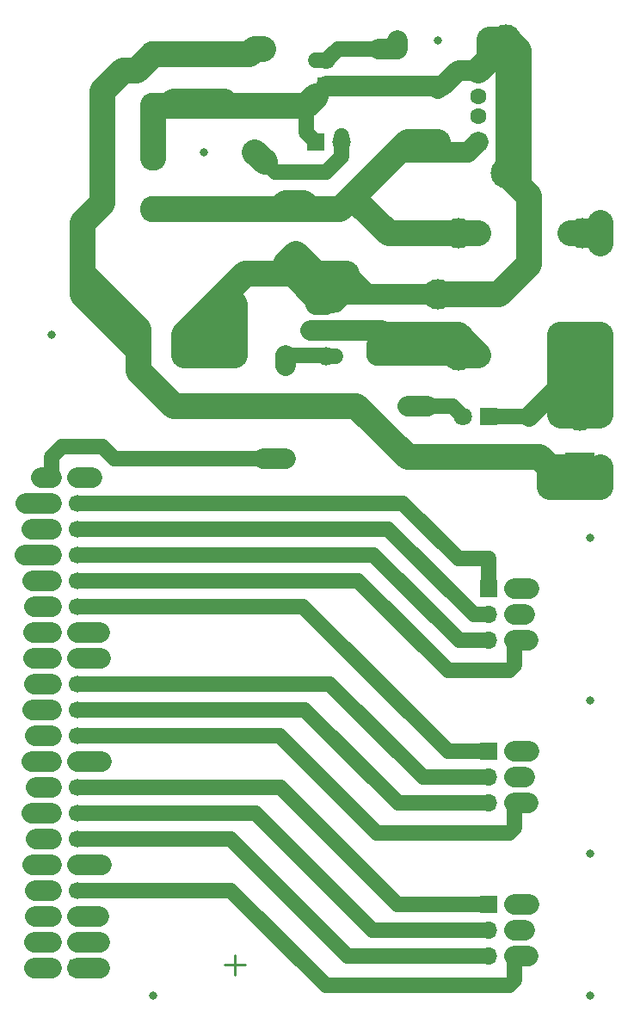
<source format=gbr>
%TF.GenerationSoftware,KiCad,Pcbnew,5.1.8*%
%TF.CreationDate,2021-03-03T19:24:37+01:00*%
%TF.ProjectId,splitter,73706c69-7474-4657-922e-6b696361645f,rev?*%
%TF.SameCoordinates,Original*%
%TF.FileFunction,Copper,L2,Bot*%
%TF.FilePolarity,Positive*%
%FSLAX46Y46*%
G04 Gerber Fmt 4.6, Leading zero omitted, Abs format (unit mm)*
G04 Created by KiCad (PCBNEW 5.1.8) date 2021-03-03 19:24:37*
%MOMM*%
%LPD*%
G01*
G04 APERTURE LIST*
%TA.AperFunction,ComponentPad*%
%ADD10C,2.000000*%
%TD*%
%TA.AperFunction,ComponentPad*%
%ADD11R,2.000000X2.000000*%
%TD*%
%TA.AperFunction,ComponentPad*%
%ADD12C,1.600000*%
%TD*%
%TA.AperFunction,ComponentPad*%
%ADD13C,1.700000*%
%TD*%
%TA.AperFunction,ComponentPad*%
%ADD14C,3.000000*%
%TD*%
%TA.AperFunction,ComponentPad*%
%ADD15R,1.800000X1.800000*%
%TD*%
%TA.AperFunction,ComponentPad*%
%ADD16C,1.800000*%
%TD*%
%TA.AperFunction,ComponentPad*%
%ADD17O,1.800000X1.800000*%
%TD*%
%TA.AperFunction,ComponentPad*%
%ADD18R,1.700000X1.700000*%
%TD*%
%TA.AperFunction,ComponentPad*%
%ADD19O,1.700000X1.700000*%
%TD*%
%TA.AperFunction,ComponentPad*%
%ADD20C,2.600000*%
%TD*%
%TA.AperFunction,ComponentPad*%
%ADD21R,3.000000X3.000000*%
%TD*%
%TA.AperFunction,ComponentPad*%
%ADD22R,1.600000X1.600000*%
%TD*%
%TA.AperFunction,ComponentPad*%
%ADD23O,1.600000X1.600000*%
%TD*%
%TA.AperFunction,ComponentPad*%
%ADD24R,2.400000X2.400000*%
%TD*%
%TA.AperFunction,ComponentPad*%
%ADD25C,2.400000*%
%TD*%
%TA.AperFunction,ViaPad*%
%ADD26C,0.800000*%
%TD*%
%TA.AperFunction,Conductor*%
%ADD27C,0.250000*%
%TD*%
%TA.AperFunction,Conductor*%
%ADD28C,1.500000*%
%TD*%
%TA.AperFunction,Conductor*%
%ADD29C,2.000000*%
%TD*%
%TA.AperFunction,Conductor*%
%ADD30C,2.500000*%
%TD*%
G04 APERTURE END LIST*
D10*
%TO.P,C3,2*%
%TO.N,Earth*%
X146000000Y-62000000D03*
D11*
%TO.P,C3,1*%
%TO.N,/5V+*%
X146000000Y-57000000D03*
%TD*%
D12*
%TO.P,C2,2*%
%TO.N,/12V+*%
X137000000Y-42000000D03*
%TO.P,C2,1*%
%TO.N,Earth*%
X137000000Y-47000000D03*
%TD*%
%TO.P,C0,2*%
%TO.N,Earth*%
X160000000Y-46000000D03*
%TO.P,C0,1*%
%TO.N,/5V+*%
X160000000Y-51000000D03*
%TD*%
D13*
%TO.P,J0,40*%
%TO.N,/SIREN_gpio:21*%
X122000000Y-84000000D03*
%TO.P,J0,38*%
%TO.N,Net-(J0-Pad38)*%
X122000000Y-86540000D03*
%TO.P,J0,36*%
%TO.N,Net-(J0-Pad36)*%
X122000000Y-89080000D03*
%TO.P,J0,34*%
%TO.N,Net-(J0-Pad34)*%
X122000000Y-91620000D03*
%TO.P,J0,32*%
%TO.N,Net-(J0-Pad32)*%
X122000000Y-94160000D03*
%TO.P,J0,30*%
%TO.N,Net-(J0-Pad30)*%
X122000000Y-96700000D03*
%TO.P,J0,28*%
%TO.N,Net-(J0-Pad28)*%
X122000000Y-99240000D03*
%TO.P,J0,26*%
%TO.N,Net-(J0-Pad26)*%
X122000000Y-101780000D03*
%TO.P,J0,24*%
%TO.N,Net-(J0-Pad24)*%
X122000000Y-104320000D03*
%TO.P,J0,22*%
%TO.N,Net-(J0-Pad22)*%
X122000000Y-106860000D03*
%TO.P,J0,20*%
%TO.N,Net-(J0-Pad20)*%
X122000000Y-109400000D03*
%TO.P,J0,18*%
%TO.N,Net-(J0-Pad18)*%
X122000000Y-111940000D03*
%TO.P,J0,16*%
%TO.N,Net-(J0-Pad16)*%
X122000000Y-114480000D03*
%TO.P,J0,14*%
%TO.N,Net-(J0-Pad14)*%
X122000000Y-117020000D03*
%TO.P,J0,12*%
%TO.N,Net-(J0-Pad12)*%
X122000000Y-119560000D03*
%TO.P,J0,10*%
%TO.N,Net-(J0-Pad10)*%
X122000000Y-122100000D03*
%TO.P,J0,8*%
%TO.N,Net-(J0-Pad8)*%
X122000000Y-124640000D03*
%TO.P,J0,6*%
%TO.N,Net-(J0-Pad6)*%
X122000000Y-127180000D03*
%TO.P,J0,4*%
%TO.N,Net-(J0-Pad4)*%
X122000000Y-129720000D03*
%TO.P,J0,2*%
%TO.N,Net-(J0-Pad2)*%
X122000000Y-132260000D03*
%TO.P,J0,39*%
%TO.N,Net-(J0-Pad39)*%
X124540000Y-84000000D03*
%TO.P,J0,37*%
%TO.N,/seg:3_bit:d_gpio:26*%
X124540000Y-86540000D03*
%TO.P,J0,35*%
%TO.N,/seg:3_bit:c_gpio:19*%
X124540000Y-89080000D03*
%TO.P,J0,33*%
%TO.N,/seg:3_bit:b_gpio:13*%
X124540000Y-91620000D03*
%TO.P,J0,31*%
%TO.N,/seg:3_bit:a_gpio:06*%
X124540000Y-94160000D03*
%TO.P,J0,29*%
%TO.N,/seg:2_bit:d_gpio:05*%
X124540000Y-96700000D03*
%TO.P,J0,27*%
%TO.N,Net-(J0-Pad27)*%
X124540000Y-99240000D03*
%TO.P,J0,25*%
%TO.N,Net-(J0-Pad25)*%
X124540000Y-101780000D03*
%TO.P,J0,23*%
%TO.N,/seg:2_bit:c_gpio:11*%
X124540000Y-104320000D03*
%TO.P,J0,21*%
%TO.N,/seg:2_bit:b_gpio:09*%
X124540000Y-106860000D03*
%TO.P,J0,19*%
%TO.N,/seg:2_bit:a_gpio:10*%
X124540000Y-109400000D03*
%TO.P,J0,17*%
%TO.N,Net-(J0-Pad17)*%
X124540000Y-111940000D03*
%TO.P,J0,15*%
%TO.N,/seg:1_bit:d_gpio:22*%
X124540000Y-114480000D03*
%TO.P,J0,13*%
%TO.N,/seg:1_bit:c_gpio:27*%
X124540000Y-117020000D03*
%TO.P,J0,11*%
%TO.N,/seg:1_bit:b_gpio:17*%
X124540000Y-119560000D03*
%TO.P,J0,9*%
%TO.N,Net-(J0-Pad9)*%
X124540000Y-122100000D03*
%TO.P,J0,7*%
%TO.N,/seg:1_bit:a_gpio:04*%
X124540000Y-124640000D03*
%TO.P,J0,5*%
%TO.N,Net-(J0-Pad5)*%
X124540000Y-127180000D03*
%TO.P,J0,3*%
%TO.N,Net-(J0-Pad3)*%
X124540000Y-129720000D03*
%TO.P,J0,1*%
%TO.N,Net-(J0-Pad1)*%
%TA.AperFunction,ComponentPad*%
G36*
G01*
X125390000Y-131660000D02*
X125390000Y-132860000D01*
G75*
G02*
X125140000Y-133110000I-250000J0D01*
G01*
X123940000Y-133110000D01*
G75*
G02*
X123690000Y-132860000I0J250000D01*
G01*
X123690000Y-131660000D01*
G75*
G02*
X123940000Y-131410000I250000J0D01*
G01*
X125140000Y-131410000D01*
G75*
G02*
X125390000Y-131660000I0J-250000D01*
G01*
G37*
%TD.AperFunction*%
%TD*%
D14*
%TO.P,K0,A2*%
%TO.N,Net-(D1-Pad2)*%
X162000000Y-72000000D03*
%TO.P,K0,14*%
%TO.N,Net-(D2-Pad1)*%
X174200000Y-72000000D03*
%TO.P,K0,12*%
%TO.N,Net-(K0-Pad12)*%
X174200000Y-60000000D03*
%TO.P,K0,A1*%
%TO.N,/5V+*%
X162000000Y-60000000D03*
%TO.P,K0,11*%
%TO.N,Earth*%
X160000000Y-66000000D03*
%TD*%
D15*
%TO.P,D0,1*%
%TO.N,Earth*%
X149000000Y-45540000D03*
D16*
%TO.P,D0,2*%
%TO.N,Net-(D0-Pad2)*%
X149000000Y-43000000D03*
%TD*%
D15*
%TO.P,D1,1*%
%TO.N,/5V+*%
X155000000Y-59840000D03*
D17*
%TO.P,D1,2*%
%TO.N,Net-(D1-Pad2)*%
X155000000Y-70000000D03*
%TD*%
D16*
%TO.P,D2,2*%
%TO.N,Net-(D2-Pad2)*%
X162460000Y-78000000D03*
D15*
%TO.P,D2,1*%
%TO.N,Net-(D2-Pad1)*%
X165000000Y-78000000D03*
%TD*%
%TO.P,D3,1*%
%TO.N,Earth*%
X148000000Y-51000000D03*
D16*
%TO.P,D3,2*%
%TO.N,Net-(D3-Pad2)*%
X150540000Y-51000000D03*
%TD*%
D18*
%TO.P,J1,1*%
%TO.N,/seg:1_bit:d_gpio:22*%
X165000000Y-126000000D03*
D19*
%TO.P,J1,2*%
%TO.N,Net-(J1-Pad2)*%
X167540000Y-126000000D03*
%TO.P,J1,3*%
%TO.N,/seg:1_bit:c_gpio:27*%
X165000000Y-128540000D03*
%TO.P,J1,4*%
%TO.N,Net-(J1-Pad4)*%
X167540000Y-128540000D03*
%TO.P,J1,5*%
%TO.N,/seg:1_bit:b_gpio:17*%
X165000000Y-131080000D03*
%TO.P,J1,6*%
%TO.N,/seg:1_bit:a_gpio:04*%
X167540000Y-131080000D03*
%TD*%
%TO.P,J2,6*%
%TO.N,/seg:2_bit:a_gpio:10*%
X167540000Y-116080000D03*
%TO.P,J2,5*%
%TO.N,/seg:2_bit:b_gpio:09*%
X165000000Y-116080000D03*
%TO.P,J2,4*%
%TO.N,Net-(J2-Pad4)*%
X167540000Y-113540000D03*
%TO.P,J2,3*%
%TO.N,/seg:2_bit:c_gpio:11*%
X165000000Y-113540000D03*
%TO.P,J2,2*%
%TO.N,Net-(J2-Pad2)*%
X167540000Y-111000000D03*
D18*
%TO.P,J2,1*%
%TO.N,/seg:2_bit:d_gpio:05*%
X165000000Y-111000000D03*
%TD*%
%TO.P,J3,1*%
%TO.N,/seg:3_bit:d_gpio:26*%
X165000000Y-95000000D03*
D19*
%TO.P,J3,2*%
%TO.N,Net-(J3-Pad2)*%
X167540000Y-95000000D03*
%TO.P,J3,3*%
%TO.N,/seg:3_bit:c_gpio:19*%
X165000000Y-97540000D03*
%TO.P,J3,4*%
%TO.N,Net-(J3-Pad4)*%
X167540000Y-97540000D03*
%TO.P,J3,5*%
%TO.N,/seg:3_bit:b_gpio:13*%
X165000000Y-100080000D03*
%TO.P,J3,6*%
%TO.N,/seg:3_bit:a_gpio:06*%
X167540000Y-100080000D03*
%TD*%
D20*
%TO.P,J4,1*%
%TO.N,/12V+*%
X132020000Y-42380000D03*
%TO.P,J4,2*%
%TO.N,Earth*%
X132020000Y-47460000D03*
%TO.P,J4,3*%
X132020000Y-52540000D03*
%TO.P,J4,4*%
%TO.N,/5V+*%
X132020000Y-57620000D03*
%TD*%
D21*
%TO.P,J5,1*%
%TO.N,/12V+*%
X174000000Y-83000000D03*
D14*
%TO.P,J5,2*%
%TO.N,Net-(D2-Pad1)*%
X174000000Y-77920000D03*
%TD*%
%TO.P,J6,5*%
%TO.N,Earth*%
X166710000Y-40930000D03*
X166710000Y-54070000D03*
D22*
%TO.P,J6,1*%
%TO.N,/5V+*%
X164000000Y-51000000D03*
D12*
%TO.P,J6,2*%
%TO.N,Net-(J6-Pad2)*%
X164000000Y-48500000D03*
%TO.P,J6,3*%
%TO.N,Net-(J6-Pad3)*%
X164000000Y-46500000D03*
%TO.P,J6,4*%
%TO.N,Earth*%
X164000000Y-44000000D03*
%TD*%
D15*
%TO.P,Q1,1*%
%TO.N,Earth*%
X149000000Y-67000000D03*
D17*
%TO.P,Q1,2*%
%TO.N,Net-(D1-Pad2)*%
X149000000Y-69540000D03*
%TO.P,Q1,3*%
%TO.N,Net-(Q1-Pad3)*%
X149000000Y-72080000D03*
%TD*%
D12*
%TO.P,R0,1*%
%TO.N,Net-(D0-Pad2)*%
X156000000Y-41840000D03*
D23*
%TO.P,R0,2*%
%TO.N,/5V+*%
X156000000Y-52000000D03*
%TD*%
D12*
%TO.P,R2,1*%
%TO.N,Net-(Q1-Pad3)*%
X145000000Y-72000000D03*
D23*
%TO.P,R2,2*%
%TO.N,/SIREN_gpio:21*%
X145000000Y-82160000D03*
%TD*%
%TO.P,R3,2*%
%TO.N,Net-(D2-Pad2)*%
X158000000Y-77000000D03*
D12*
%TO.P,R3,1*%
%TO.N,/12V+*%
X147840000Y-77000000D03*
%TD*%
%TO.P,R4,1*%
%TO.N,Net-(D3-Pad2)*%
X142000000Y-52000000D03*
D23*
%TO.P,R4,2*%
%TO.N,/12V+*%
X142000000Y-41840000D03*
%TD*%
D24*
%TO.P,C1,1*%
%TO.N,/12V+*%
X130500000Y-71000000D03*
D25*
%TO.P,C1,2*%
%TO.N,Earth*%
X138000000Y-71000000D03*
%TD*%
D26*
%TO.N,*%
X175000000Y-90000000D03*
X175000000Y-106000000D03*
X175000000Y-121000000D03*
X175000000Y-135000000D03*
X132000000Y-135000000D03*
X122000000Y-70000000D03*
X160000000Y-41000000D03*
X137000000Y-52000000D03*
%TD*%
D27*
%TO.N,*%
X140000000Y-131000000D02*
X140000000Y-133000000D01*
X141000000Y-132000000D02*
X139000000Y-132000000D01*
D28*
%TO.N,Earth*%
X148000000Y-46540000D02*
X149000000Y-45540000D01*
D29*
X164000000Y-43640000D02*
X166710000Y-40930000D01*
X164000000Y-44000000D02*
X164000000Y-43640000D01*
X166710000Y-40930000D02*
X166710000Y-54070000D01*
X162000000Y-44000000D02*
X164000000Y-44000000D01*
X160460000Y-45540000D02*
X162000000Y-44000000D01*
X149000000Y-45540000D02*
X160460000Y-45540000D01*
D28*
X149000000Y-67000000D02*
X150000000Y-67000000D01*
X150000000Y-67000000D02*
X151000000Y-66000000D01*
D29*
X149000000Y-67000000D02*
X148000000Y-67000000D01*
D30*
X132020000Y-47460000D02*
X132020000Y-52540000D01*
X147080000Y-47460000D02*
X148000000Y-46540000D01*
D29*
X151000000Y-64000000D02*
X153000000Y-66000000D01*
X153000000Y-66000000D02*
X151000000Y-66000000D01*
X160000000Y-66000000D02*
X153000000Y-66000000D01*
D28*
X149000000Y-66000000D02*
X151000000Y-64000000D01*
X149000000Y-67000000D02*
X149000000Y-66000000D01*
X149000000Y-66000000D02*
X148000000Y-65000000D01*
X148000000Y-65000000D02*
X148000000Y-67000000D01*
X148000000Y-65000000D02*
X146000000Y-65000000D01*
X146000000Y-65000000D02*
X145000000Y-64000000D01*
X148000000Y-67000000D02*
X146000000Y-65000000D01*
X147080000Y-50080000D02*
X148000000Y-51000000D01*
X147080000Y-47460000D02*
X147080000Y-50080000D01*
D30*
X145000000Y-63000000D02*
X145000000Y-64000000D01*
X146000000Y-62000000D02*
X145000000Y-63000000D01*
X148000000Y-64000000D02*
X149000000Y-64000000D01*
D29*
X149000000Y-64000000D02*
X151000000Y-64000000D01*
X145000000Y-64000000D02*
X149000000Y-64000000D01*
D30*
X146000000Y-63000000D02*
X147000000Y-63000000D01*
X147000000Y-63000000D02*
X148000000Y-64000000D01*
X146000000Y-62000000D02*
X147000000Y-63000000D01*
X146000000Y-63000000D02*
X146000000Y-62000000D01*
X148000000Y-64000000D02*
X146000000Y-62000000D01*
X151000000Y-64000000D02*
X148000000Y-64000000D01*
X139000000Y-47000000D02*
X134000000Y-47000000D01*
X133540000Y-47460000D02*
X147080000Y-47460000D01*
X134000000Y-47000000D02*
X133540000Y-47460000D01*
X132020000Y-47460000D02*
X133540000Y-47460000D01*
X145000000Y-64000000D02*
X141000000Y-64000000D01*
X136000000Y-71000000D02*
X136000000Y-70000000D01*
X135000000Y-72000000D02*
X136000000Y-71000000D01*
X169000000Y-63000000D02*
X169000000Y-56360000D01*
X166000000Y-66000000D02*
X169000000Y-63000000D01*
X160000000Y-66000000D02*
X166000000Y-66000000D01*
X166710000Y-54070000D02*
X166710000Y-54290000D01*
X166710000Y-40930000D02*
X166930000Y-40930000D01*
X166930000Y-40930000D02*
X168000000Y-42000000D01*
X168000000Y-42000000D02*
X168000000Y-55360000D01*
X168000000Y-55360000D02*
X168320000Y-55680000D01*
X168320000Y-55680000D02*
X166710000Y-54070000D01*
X169000000Y-56360000D02*
X168320000Y-55680000D01*
X166710000Y-40930000D02*
X165070000Y-40930000D01*
X165070000Y-40930000D02*
X165140000Y-41000000D01*
X165070000Y-42930000D02*
X164000000Y-44000000D01*
X165070000Y-40930000D02*
X165070000Y-42930000D01*
X138000000Y-69000000D02*
X137000000Y-68000000D01*
X138000000Y-71000000D02*
X138000000Y-69000000D01*
X136000000Y-69000000D02*
X137000000Y-68000000D01*
X138000000Y-71000000D02*
X138000000Y-72000000D01*
X138000000Y-72000000D02*
X135000000Y-72000000D01*
X135000000Y-70000000D02*
X136000000Y-69000000D01*
X135000000Y-72000000D02*
X135000000Y-70000000D01*
X138000000Y-69000000D02*
X140000000Y-69000000D01*
X140000000Y-69000000D02*
X140000000Y-72000000D01*
X140000000Y-72000000D02*
X138000000Y-72000000D01*
X140000000Y-67000000D02*
X139000000Y-66000000D01*
X140000000Y-69000000D02*
X140000000Y-67000000D01*
X139000000Y-66000000D02*
X141000000Y-64000000D01*
X137000000Y-68000000D02*
X139000000Y-66000000D01*
D28*
%TO.N,Net-(D0-Pad2)*%
X149000000Y-43000000D02*
X150160000Y-41840000D01*
X149000000Y-43000000D02*
X148000000Y-43000000D01*
D29*
X156000000Y-41840000D02*
X156000000Y-41000000D01*
X156000000Y-41840000D02*
X154160000Y-41840000D01*
D28*
X150160000Y-41840000D02*
X154160000Y-41840000D01*
D30*
%TO.N,/12V+*%
X171000000Y-83000000D02*
X171000000Y-85000000D01*
X174000000Y-83000000D02*
X171000000Y-83000000D01*
X171000000Y-85000000D02*
X176000000Y-85000000D01*
X176000000Y-85000000D02*
X176000000Y-83000000D01*
X146000000Y-77000000D02*
X148000000Y-77000000D01*
X130500000Y-73500000D02*
X130500000Y-71000000D01*
X134000000Y-77000000D02*
X130500000Y-73500000D01*
X130500000Y-71000000D02*
X130500000Y-69500000D01*
X130500000Y-69500000D02*
X125000000Y-64000000D01*
X125000000Y-64000000D02*
X125000000Y-59000000D01*
X125000000Y-59000000D02*
X127000000Y-57000000D01*
X127000000Y-57000000D02*
X127000000Y-46000000D01*
X127000000Y-46000000D02*
X129000000Y-44000000D01*
X130400000Y-44000000D02*
X132020000Y-42380000D01*
X129000000Y-44000000D02*
X130400000Y-44000000D01*
X141460000Y-42380000D02*
X142000000Y-41840000D01*
X132020000Y-42380000D02*
X141460000Y-42380000D01*
X142000000Y-41840000D02*
X142840000Y-41840000D01*
X125000000Y-66000000D02*
X125000000Y-64000000D01*
X130500000Y-71500000D02*
X125000000Y-66000000D01*
X130500000Y-73500000D02*
X130500000Y-71500000D01*
X146000000Y-77000000D02*
X134000000Y-77000000D01*
X147840000Y-77000000D02*
X152000000Y-77000000D01*
X152000000Y-77000000D02*
X157000000Y-82000000D01*
X170000000Y-82000000D02*
X171000000Y-83000000D01*
X157000000Y-82000000D02*
X170000000Y-82000000D01*
D29*
%TO.N,Net-(D1-Pad2)*%
X155000000Y-70000000D02*
X155000000Y-72000000D01*
D28*
X154000000Y-72000000D02*
X155000000Y-72000000D01*
D29*
X155000000Y-72000000D02*
X162000000Y-72000000D01*
X154000000Y-72000000D02*
X162000000Y-72000000D01*
X154000000Y-71000000D02*
X154000000Y-72000000D01*
X155000000Y-70000000D02*
X154000000Y-71000000D01*
X154540000Y-69540000D02*
X155000000Y-70000000D01*
X149000000Y-69540000D02*
X154540000Y-69540000D01*
X149000000Y-69540000D02*
X147460000Y-69540000D01*
D30*
X162000000Y-72000000D02*
X164000000Y-72000000D01*
X164000000Y-72000000D02*
X162000000Y-70000000D01*
X162000000Y-70000000D02*
X155000000Y-70000000D01*
D28*
%TO.N,Net-(D2-Pad2)*%
X161460000Y-77000000D02*
X162460000Y-78000000D01*
D29*
X158000000Y-77000000D02*
X157000000Y-77000000D01*
X158000000Y-77000000D02*
X159000000Y-77000000D01*
D28*
X159000000Y-77000000D02*
X161460000Y-77000000D01*
D30*
%TO.N,Net-(D3-Pad2)*%
X142000000Y-52000000D02*
X143000000Y-53000000D01*
D28*
X149000000Y-54000000D02*
X150540000Y-52460000D01*
X144000000Y-54000000D02*
X149000000Y-54000000D01*
X150540000Y-52460000D02*
X150540000Y-51000000D01*
X143000000Y-53000000D02*
X144000000Y-54000000D01*
X150540000Y-51000000D02*
X150540000Y-50460000D01*
D29*
%TO.N,Net-(J0-Pad1)*%
X124540000Y-132260000D02*
X125260000Y-132260000D01*
X124540000Y-132260000D02*
X126740000Y-132260000D01*
%TO.N,Net-(J0-Pad2)*%
X122000000Y-132260000D02*
X121260000Y-132260000D01*
X122000000Y-132260000D02*
X120740000Y-132260000D01*
X122000000Y-132260000D02*
X120260000Y-132260000D01*
%TO.N,Net-(J0-Pad3)*%
X124540000Y-129720000D02*
X125720000Y-129720000D01*
X124540000Y-129720000D02*
X126720000Y-129720000D01*
%TO.N,Net-(J0-Pad4)*%
X122000000Y-129720000D02*
X121280000Y-129720000D01*
X122000000Y-129720000D02*
X120280000Y-129720000D01*
%TO.N,Net-(J0-Pad5)*%
X124540000Y-127180000D02*
X125820000Y-127180000D01*
X124540000Y-127180000D02*
X126660010Y-127180000D01*
%TO.N,Net-(J0-Pad6)*%
X122000000Y-127180000D02*
X121180000Y-127180000D01*
X122000000Y-127180000D02*
X120339990Y-127180000D01*
D28*
%TO.N,/seg:1_bit:a_gpio:04*%
X124540000Y-124640000D02*
X139640000Y-124640000D01*
X139640000Y-124640000D02*
X149000000Y-134000000D01*
X149000000Y-134000000D02*
X167000000Y-134000000D01*
X167540000Y-133460000D02*
X167540000Y-131080000D01*
X167000000Y-134000000D02*
X167540000Y-133460000D01*
D29*
X167540000Y-131080000D02*
X168920000Y-131080000D01*
%TO.N,Net-(J0-Pad8)*%
X122000000Y-124640000D02*
X120360000Y-124640000D01*
%TO.N,Net-(J0-Pad9)*%
X124540000Y-122100000D02*
X125900000Y-122100000D01*
X124540000Y-122100000D02*
X126900000Y-122100000D01*
%TO.N,Net-(J0-Pad10)*%
X122000000Y-122100000D02*
X121100000Y-122100000D01*
X122000000Y-122100000D02*
X120100000Y-122100000D01*
D28*
%TO.N,/seg:1_bit:b_gpio:17*%
X151080000Y-131080000D02*
X165000000Y-131080000D01*
X139560000Y-119560000D02*
X151080000Y-131080000D01*
X124540000Y-119560000D02*
X139560000Y-119560000D01*
D29*
%TO.N,Net-(J0-Pad12)*%
X122000000Y-119560000D02*
X120440000Y-119560000D01*
D28*
%TO.N,/seg:1_bit:c_gpio:27*%
X124540000Y-117020000D02*
X142020000Y-117020000D01*
X153540000Y-128540000D02*
X165000000Y-128540000D01*
X142020000Y-117020000D02*
X153540000Y-128540000D01*
D29*
%TO.N,Net-(J0-Pad14)*%
X122000000Y-117020000D02*
X121020000Y-117020000D01*
X122000000Y-117020000D02*
X120020000Y-117020000D01*
D28*
%TO.N,/seg:1_bit:d_gpio:22*%
X124540000Y-114480000D02*
X144480000Y-114480000D01*
X156000000Y-126000000D02*
X165000000Y-126000000D01*
X144480000Y-114480000D02*
X156000000Y-126000000D01*
D29*
%TO.N,Net-(J0-Pad16)*%
X122000000Y-114480000D02*
X120480000Y-114480000D01*
%TO.N,Net-(J0-Pad17)*%
X124540000Y-111940000D02*
X125940000Y-111940000D01*
X124540000Y-111940000D02*
X126940000Y-111940000D01*
%TO.N,Net-(J0-Pad18)*%
X122000000Y-111940000D02*
X121060000Y-111940000D01*
X122000000Y-111940000D02*
X120060000Y-111940000D01*
D28*
%TO.N,/seg:2_bit:a_gpio:10*%
X124540000Y-109400000D02*
X144400000Y-109400000D01*
X144400000Y-109400000D02*
X154000000Y-119000000D01*
X154000000Y-119000000D02*
X167000000Y-119000000D01*
X167540000Y-118460000D02*
X167540000Y-116080000D01*
X167000000Y-119000000D02*
X167540000Y-118460000D01*
D29*
X167540000Y-116080000D02*
X168920000Y-116080000D01*
%TO.N,Net-(J0-Pad20)*%
X122000000Y-109400000D02*
X120400000Y-109400000D01*
D28*
%TO.N,/seg:2_bit:b_gpio:09*%
X124540000Y-106860000D02*
X146860000Y-106860000D01*
X156080000Y-116080000D02*
X165000000Y-116080000D01*
X146860000Y-106860000D02*
X156080000Y-116080000D01*
D29*
%TO.N,Net-(J0-Pad22)*%
X122000000Y-106860000D02*
X121140000Y-106860000D01*
X122000000Y-106860000D02*
X120140000Y-106860000D01*
D28*
%TO.N,/seg:2_bit:c_gpio:11*%
X124540000Y-104320000D02*
X149320000Y-104320000D01*
X158540000Y-113540000D02*
X165000000Y-113540000D01*
X149320000Y-104320000D02*
X158540000Y-113540000D01*
D29*
%TO.N,Net-(J0-Pad24)*%
X122000000Y-104320000D02*
X120320000Y-104320000D01*
%TO.N,Net-(J0-Pad25)*%
X124540000Y-101780000D02*
X125780000Y-101780000D01*
X124540000Y-101780000D02*
X126780000Y-101780000D01*
%TO.N,Net-(J0-Pad26)*%
X122000000Y-101780000D02*
X120220000Y-101780000D01*
%TO.N,Net-(J0-Pad27)*%
X124540000Y-99240000D02*
X126760000Y-99240000D01*
%TO.N,Net-(J0-Pad28)*%
X122000000Y-99240000D02*
X120240000Y-99240000D01*
D28*
%TO.N,/seg:2_bit:d_gpio:05*%
X124540000Y-96700000D02*
X146700000Y-96700000D01*
X161000000Y-111000000D02*
X165000000Y-111000000D01*
X146700000Y-96700000D02*
X161000000Y-111000000D01*
D29*
%TO.N,Net-(J0-Pad30)*%
X122000000Y-96700000D02*
X120300000Y-96700000D01*
D28*
%TO.N,/seg:3_bit:a_gpio:06*%
X124540000Y-94160000D02*
X152160000Y-94160000D01*
X152160000Y-94160000D02*
X161000000Y-103000000D01*
X161000000Y-103000000D02*
X167000000Y-103000000D01*
X167540000Y-102460000D02*
X167540000Y-100080000D01*
X167000000Y-103000000D02*
X167540000Y-102460000D01*
D29*
X167540000Y-100080000D02*
X168920000Y-100080000D01*
%TO.N,Net-(J0-Pad32)*%
X122000000Y-94160000D02*
X120160000Y-94160000D01*
D28*
%TO.N,/seg:3_bit:b_gpio:13*%
X124540000Y-91620000D02*
X153620000Y-91620000D01*
X162080000Y-100080000D02*
X165000000Y-100080000D01*
X153620000Y-91620000D02*
X162080000Y-100080000D01*
D29*
%TO.N,Net-(J0-Pad34)*%
X122000000Y-91620000D02*
X119380000Y-91620000D01*
D28*
%TO.N,/seg:3_bit:c_gpio:19*%
X124540000Y-89080000D02*
X155080000Y-89080000D01*
X163540000Y-97540000D02*
X165000000Y-97540000D01*
X155080000Y-89080000D02*
X163540000Y-97540000D01*
D29*
%TO.N,Net-(J0-Pad36)*%
X122000000Y-89080000D02*
X120080000Y-89080000D01*
D28*
%TO.N,/seg:3_bit:d_gpio:26*%
X165000000Y-92000000D02*
X165000000Y-95000000D01*
X162000000Y-92000000D02*
X165000000Y-92000000D01*
X156540000Y-86540000D02*
X162000000Y-92000000D01*
X124540000Y-86540000D02*
X156540000Y-86540000D01*
D29*
%TO.N,Net-(J0-Pad38)*%
X122000000Y-86540000D02*
X119460000Y-86540000D01*
%TO.N,Net-(J0-Pad39)*%
X124540000Y-84000000D02*
X126000000Y-84000000D01*
D28*
%TO.N,/SIREN_gpio:21*%
X128160000Y-82160000D02*
X127000000Y-81000000D01*
X127000000Y-81000000D02*
X123000000Y-81000000D01*
X122000000Y-82000000D02*
X122000000Y-84000000D01*
X123000000Y-81000000D02*
X122000000Y-82000000D01*
D29*
X145000000Y-82160000D02*
X142840000Y-82160000D01*
D28*
X142840000Y-82160000D02*
X128160000Y-82160000D01*
D29*
X122000000Y-84000000D02*
X121000000Y-84000000D01*
%TO.N,/5V+*%
X163000000Y-52000000D02*
X164000000Y-51000000D01*
X159000000Y-52000000D02*
X163000000Y-52000000D01*
X156000000Y-52000000D02*
X157000000Y-52000000D01*
X157000000Y-52000000D02*
X159000000Y-52000000D01*
D30*
X155160000Y-60000000D02*
X155000000Y-59840000D01*
X162000000Y-60000000D02*
X155160000Y-60000000D01*
X152160000Y-57000000D02*
X155000000Y-59840000D01*
X151000000Y-57000000D02*
X152160000Y-57000000D01*
X156000000Y-52000000D02*
X151000000Y-57000000D01*
X150380000Y-57620000D02*
X151000000Y-57000000D01*
X157000000Y-51000000D02*
X156000000Y-52000000D01*
X160000000Y-51000000D02*
X157000000Y-51000000D01*
X162000000Y-60000000D02*
X164000000Y-60000000D01*
X146000000Y-57000000D02*
X145380000Y-57620000D01*
X146760000Y-57000000D02*
X147380000Y-57620000D01*
X146000000Y-57000000D02*
X146760000Y-57000000D01*
X147380000Y-57620000D02*
X150380000Y-57620000D01*
X145380000Y-57620000D02*
X147380000Y-57620000D01*
X145000000Y-57000000D02*
X144380000Y-57620000D01*
X146000000Y-57000000D02*
X145000000Y-57000000D01*
X144380000Y-57620000D02*
X145380000Y-57620000D01*
X132020000Y-57620000D02*
X144380000Y-57620000D01*
%TO.N,Net-(K0-Pad12)*%
X176000000Y-61000000D02*
X176000000Y-59000000D01*
X176000000Y-60000000D02*
X176000000Y-61000000D01*
X174200000Y-60000000D02*
X174000000Y-60000000D01*
X174000000Y-60000000D02*
X176000000Y-60000000D01*
X173000000Y-60000000D02*
X174200000Y-60000000D01*
D28*
%TO.N,Net-(Q1-Pad3)*%
X149000000Y-72080000D02*
X149920000Y-72080000D01*
X148920000Y-72000000D02*
X149000000Y-72080000D01*
X145000000Y-72000000D02*
X148920000Y-72000000D01*
D29*
X145000000Y-72000000D02*
X145000000Y-73000000D01*
%TO.N,Net-(J1-Pad4)*%
X167540000Y-128540000D02*
X168540000Y-128540000D01*
%TO.N,Net-(J2-Pad4)*%
X167540000Y-113540000D02*
X168540000Y-113540000D01*
%TO.N,Net-(J3-Pad4)*%
X167540000Y-97540000D02*
X168540000Y-97540000D01*
%TO.N,Net-(J1-Pad2)*%
X167540000Y-126000000D02*
X169000000Y-126000000D01*
%TO.N,Net-(J2-Pad2)*%
X167540000Y-111000000D02*
X169000000Y-111000000D01*
%TO.N,Net-(J3-Pad2)*%
X167540000Y-95000000D02*
X169000000Y-95000000D01*
D30*
%TO.N,Net-(D2-Pad1)*%
X174000000Y-72200000D02*
X174200000Y-72000000D01*
X174000000Y-77920000D02*
X174000000Y-72200000D01*
X174200000Y-70200000D02*
X176000000Y-72000000D01*
X174200000Y-70200000D02*
X173800000Y-70200000D01*
X174200000Y-72000000D02*
X172000000Y-72000000D01*
X172000000Y-72000000D02*
X172000000Y-70000000D01*
X172000000Y-70000000D02*
X176000000Y-70000000D01*
X176000000Y-70000000D02*
X176000000Y-72000000D01*
X174000000Y-77920000D02*
X172080000Y-77920000D01*
X172080000Y-77920000D02*
X172000000Y-77840000D01*
X174000000Y-77920000D02*
X175920000Y-77920000D01*
X176000000Y-77840000D02*
X176000000Y-70000000D01*
X175920000Y-77920000D02*
X176000000Y-77840000D01*
D28*
X165000000Y-78000000D02*
X169000000Y-78000000D01*
D30*
X172000000Y-75000000D02*
X172000000Y-70000000D01*
X172000000Y-77840000D02*
X172000000Y-75000000D01*
D29*
X172000000Y-75000000D02*
X169000000Y-78000000D01*
%TD*%
M02*

</source>
